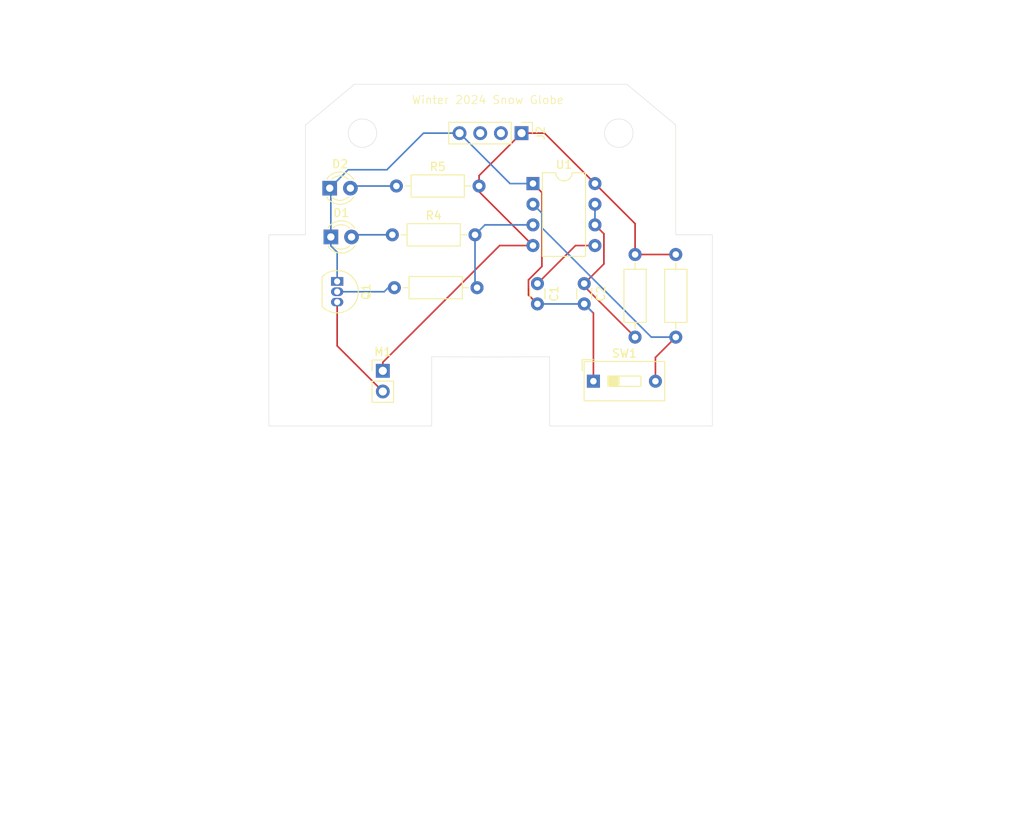
<source format=kicad_pcb>
(kicad_pcb (version 20240108) (generator "pcbnew") (generator_version "8.0")
  (layers (0 "F.Cu" signal) (31 "B.Cu" signal) (34 "B.Paste" user) (35 "F.Paste" user) (36 "B.SilkS" user "B.Silkscreen") (37 "F.SilkS" user "F.Silkscreen") (38 "B.Mask" user) (39 "F.Mask" user) (44 "Edge.Cuts" user))
  (net 0 "")
  (net 1 "Net-(U1-CV)")
  (net 2 "Net-(U1-DIS)")
  (net 3 "Net-(Q1-B)")
  (net 4 "Net-(U1-Q)")
  (net 5 "Net-(U1-TR)")
  (net 6 "Net-(M1--)")
  (net 7 "Net-(D1-A)")
  (net 8 "Net-(D2-A)")
  (net 9 "GND")
  (net 11 "VDD")
  (footprint "Connector_PinHeader_2.54mm:PinHeader_1x02_P2.54mm_Vertical" (layer "F.Cu") (at 121 89.725)
    (property "Reference" "M1" (at 0 -2.33 0) (layer "F.SilkS"))
    (property "Value" "Motor_DC")
    (fp_line (start -1.33 -1.33) (end 0 -1.33) (stroke (width 0.12)) (layer "F.SilkS"))
    (fp_line (start -1.33 0) (end -1.33 -1.33) (stroke (width 0.12)) (layer "F.SilkS"))
    (fp_line (start -1.33 1.27) (end -1.33 3.87) (stroke (width 0.12)) (layer "F.SilkS"))
    (fp_line (start -1.33 1.27) (end 1.33 1.27) (stroke (width 0.12)) (layer "F.SilkS"))
    (fp_line (start -1.33 3.87) (end 1.33 3.87) (stroke (width 0.12)) (layer "F.SilkS"))
    (fp_line (start 1.33 1.27) (end 1.33 3.87) (stroke (width 0.12)) (layer "F.SilkS"))
    (pad "1" thru_hole rect (at 0 0) (size 1.7 1.7) (drill 1) (layers "*.Cu" "*.Mask") (net 11 "VDD"))
    (pad "2" thru_hole oval (at 0 2.54) (size 1.7 1.7) (drill 1) (layers "*.Cu" "*.Mask") (net 6 "Net-(M1--)"))
  )
  (footprint "Package_DIP:DIP-8_W7.62mm" (layer "F.Cu") (at 139.45 66.7)
    (property "Reference" "U1" (at 3.81 -2.33 0) (layer "F.SilkS"))
    (property "Value" "NE555P Timer")
    (fp_line (start 1.16 -1.33) (end 1.16 8.95) (stroke (width 0.12)) (layer "F.SilkS"))
    (fp_line (start 1.16 8.95) (end 6.46 8.95) (stroke (width 0.12)) (layer "F.SilkS"))
    (fp_line (start 2.81 -1.33) (end 1.16 -1.33) (stroke (width 0.12)) (layer "F.SilkS"))
    (fp_line (start 6.46 -1.33) (end 4.81 -1.33) (stroke (width 0.12)) (layer "F.SilkS"))
    (fp_line (start 6.46 8.95) (end 6.46 -1.33) (stroke (width 0.12)) (layer "F.SilkS"))
    (fp_arc (start 4.81 -1.33) (mid 3.81 -0.33) (end 2.81 -1.33) (stroke (width 0.12)) (layer "F.SilkS"))
    (pad "1" thru_hole rect (at 0 0) (size 1.6 1.6) (drill 0.8) (layers "*.Cu" "*.Mask") (net 9 "GND"))
    (pad "2" thru_hole oval (at 0 2.54) (size 1.6 1.6) (drill 0.8) (layers "*.Cu" "*.Mask") (net 5 "Net-(U1-TR)"))
    (pad "3" thru_hole oval (at 0 5.08) (size 1.6 1.6) (drill 0.8) (layers "*.Cu" "*.Mask") (net 4 "Net-(U1-Q)"))
    (pad "4" thru_hole oval (at 0 7.62) (size 1.6 1.6) (drill 0.8) (layers "*.Cu" "*.Mask") (net 11 "VDD"))
    (pad "5" thru_hole oval (at 7.62 7.62) (size 1.6 1.6) (drill 0.8) (layers "*.Cu" "*.Mask") (net 1 "Net-(U1-CV)"))
    (pad "6" thru_hole oval (at 7.62 5.08) (size 1.6 1.6) (drill 0.8) (layers "*.Cu" "*.Mask") (net 2 "Net-(U1-DIS)"))
    (pad "7" thru_hole oval (at 7.62 2.54) (size 1.6 1.6) (drill 0.8) (layers "*.Cu" "*.Mask") (net 2 "Net-(U1-DIS)"))
    (pad "8" thru_hole oval (at 7.62 0) (size 1.6 1.6) (drill 0.8) (layers "*.Cu" "*.Mask") (net 11 "VDD"))
  )
  (footprint "Resistor_THT:R_Axial_DIN0207_L6.3mm_D2.5mm_P10.16mm_Horizontal" (layer "F.Cu") (at 157 75.42 -90)
    (property "Reference" "R3" (hide yes))
    (property "Value" "10kΩ")
    (fp_line (start 1.81 1.37) (end 8.35 1.37) (stroke (width 0.12)) (layer "F.SilkS"))
    (fp_line (start 8.35 1.37) (end 8.35 -1.37) (stroke (width 0.12)) (layer "F.SilkS"))
    (fp_line (start 1.04 0) (end 1.81 0) (stroke (width 0.12)) (layer "F.SilkS"))
    (fp_line (start 9.12 0) (end 8.35 0) (stroke (width 0.12)) (layer "F.SilkS"))
    (fp_line (start 1.81 -1.37) (end 1.81 1.37) (stroke (width 0.12)) (layer "F.SilkS"))
    (fp_line (start 8.35 -1.37) (end 1.81 -1.37) (stroke (width 0.12)) (layer "F.SilkS"))
    (pad "1" thru_hole circle (at 0 0 270) (size 1.6 1.6) (drill 0.8) (layers "*.Cu" "*.Mask") (net 11 "VDD"))
    (pad "2" thru_hole oval (at 10.16 0 270) (size 1.6 1.6) (drill 0.8) (layers "*.Cu" "*.Mask") (net 5 "Net-(U1-TR)"))
  )
  (footprint "Resistor_THT:R_Axial_DIN0207_L6.3mm_D2.5mm_P10.16mm_Horizontal" (layer "F.Cu") (at 152 75.42 -90)
    (property "Reference" "R2" (hide yes))
    (property "Value" "10MΩ")
    (fp_line (start 1.81 1.37) (end 8.35 1.37) (stroke (width 0.12)) (layer "F.SilkS"))
    (fp_line (start 8.35 1.37) (end 8.35 -1.37) (stroke (width 0.12)) (layer "F.SilkS"))
    (fp_line (start 1.04 0) (end 1.81 0) (stroke (width 0.12)) (layer "F.SilkS"))
    (fp_line (start 9.12 0) (end 8.35 0) (stroke (width 0.12)) (layer "F.SilkS"))
    (fp_line (start 1.81 -1.37) (end 1.81 1.37) (stroke (width 0.12)) (layer "F.SilkS"))
    (fp_line (start 8.35 -1.37) (end 1.81 -1.37) (stroke (width 0.12)) (layer "F.SilkS"))
    (pad "1" thru_hole circle (at 0 0 270) (size 1.6 1.6) (drill 0.8) (layers "*.Cu" "*.Mask") (net 11 "VDD"))
    (pad "2" thru_hole oval (at 10.16 0 270) (size 1.6 1.6) (drill 0.8) (layers "*.Cu" "*.Mask") (net 2 "Net-(U1-DIS)"))
  )
  (footprint "Capacitor_THT:C_Disc_D3.0mm_W1.6mm_P2.50mm" (layer "F.Cu") (at 145.75 79 -90)
    (property "Reference" "C2" (at 1.25 -2.05 90) (layer "F.SilkS"))
    (property "Value" "0.47μF")
    (fp_line (start 0.621 0.92) (end 1.879 0.92) (stroke (width 0.12)) (layer "F.SilkS"))
    (fp_line (start 0.621 -0.92) (end 1.879 -0.92) (stroke (width 0.12)) (layer "F.SilkS"))
    (pad "1" thru_hole circle (at 0 0 270) (size 1.6 1.6) (drill 0.8) (layers "*.Cu" "*.Mask") (net 2 "Net-(U1-DIS)"))
    (pad "2" thru_hole circle (at 2.5 0 270) (size 1.6 1.6) (drill 0.8) (layers "*.Cu" "*.Mask") (net 9 "GND"))
  )
  (footprint "Capacitor_THT:C_Disc_D3.0mm_W1.6mm_P2.50mm" (layer "F.Cu") (at 140 79 -90)
    (property "Reference" "C1" (at 1.25 -2.05 90) (layer "F.SilkS"))
    (property "Value" "100nF")
    (fp_line (start 0.621 0.92) (end 1.879 0.92) (stroke (width 0.12)) (layer "F.SilkS"))
    (fp_line (start 0.621 -0.92) (end 1.879 -0.92) (stroke (width 0.12)) (layer "F.SilkS"))
    (pad "1" thru_hole circle (at 0 0 270) (size 1.6 1.6) (drill 0.8) (layers "*.Cu" "*.Mask") (net 1 "Net-(U1-CV)"))
    (pad "2" thru_hole circle (at 2.5 0 270) (size 1.6 1.6) (drill 0.8) (layers "*.Cu" "*.Mask") (net 9 "GND"))
  )
  (footprint "Resistor_THT:R_Axial_DIN0207_L6.3mm_D2.5mm_P10.16mm_Horizontal" (layer "F.Cu") (at 132.58 79.5 180)
    (property "Reference" "R1" (hide yes))
    (property "Value" "390Ω")
    (fp_line (start 9.12 0) (end 8.35 0) (stroke (width 0.12)) (layer "F.SilkS"))
    (fp_line (start 8.35 1.37) (end 8.35 -1.37) (stroke (width 0.12)) (layer "F.SilkS"))
    (fp_line (start 8.35 -1.37) (end 1.81 -1.37) (stroke (width 0.12)) (layer "F.SilkS"))
    (fp_line (start 1.81 1.37) (end 8.35 1.37) (stroke (width 0.12)) (layer "F.SilkS"))
    (fp_line (start 1.81 -1.37) (end 1.81 1.37) (stroke (width 0.12)) (layer "F.SilkS"))
    (fp_line (start 1.04 0) (end 1.81 0) (stroke (width 0.12)) (layer "F.SilkS"))
    (pad "1" thru_hole circle (at 0 0 180) (size 1.6 1.6) (drill 0.8) (layers "*.Cu" "*.Mask") (net 4 "Net-(U1-Q)"))
    (pad "2" thru_hole oval (at 10.16 0 180) (size 1.6 1.6) (drill 0.8) (layers "*.Cu" "*.Mask") (net 3 "Net-(Q1-B)"))
  )
  (footprint "Package_TO_SOT_THT:TO-92_Inline" (layer "F.Cu") (at 115.39 78.73 -90)
    (property "Reference" "Q1" (at 1.27 -3.56 90) (layer "F.SilkS"))
    (property "Value" "PN2222A")
    (fp_line (start -0.53 1.85) (end 3.07 1.85) (stroke (width 0.12)) (layer "F.SilkS"))
    (fp_arc (start -0.568478 1.838478) (mid -1.132087 -0.994977) (end 1.27 -2.6) (stroke (width 0.12)) (layer "F.SilkS"))
    (fp_arc (start 1.27 -2.6) (mid 3.672087 -0.994977) (end 3.108478 1.838478) (stroke (width 0.12)) (layer "F.SilkS"))
    (pad "1" thru_hole rect (at 0 0 270) (size 1.05 1.5) (drill 0.75) (layers "*.Cu" "*.Mask") (net 9 "GND"))
    (pad "2" thru_hole oval (at 1.27 0 270) (size 1.05 1.5) (drill 0.75) (layers "*.Cu" "*.Mask") (net 3 "Net-(Q1-B)"))
    (pad "3" thru_hole oval (at 2.54 0 270) (size 1.05 1.5) (drill 0.75) (layers "*.Cu" "*.Mask") (net 6 "Net-(M1--)"))
  )
  (footprint "Button_Switch_THT:SW_DIP_SPSTx01_Slide_9.78x4.72mm_W7.62mm_P2.54mm" (layer "F.Cu") (at 146.88 91)
    (property "Reference" "SW1" (at 3.81 -3.42 0) (layer "F.SilkS"))
    (property "Value" "Button_INPUT")
    (fp_line (start -1.38 -2.66) (end -1.38 -1.277) (stroke (width 0.12)) (layer "F.SilkS"))
    (fp_line (start -1.38 -2.66) (end 0.004 -2.66) (stroke (width 0.12)) (layer "F.SilkS"))
    (fp_line (start -1.14 -2.42) (end -1.14 2.42) (stroke (width 0.12)) (layer "F.SilkS"))
    (fp_line (start -1.14 -2.42) (end 8.76 -2.42) (stroke (width 0.12)) (layer "F.SilkS"))
    (fp_line (start -1.14 2.42) (end 8.76 2.42) (stroke (width 0.12)) (layer "F.SilkS"))
    (fp_line (start 1.78 -0.635) (end 1.78 0.635) (stroke (width 0.12)) (layer "F.SilkS"))
    (fp_line (start 1.78 -0.515) (end 3.133333 -0.515) (stroke (width 0.12)) (layer "F.SilkS"))
    (fp_line (start 1.78 -0.395) (end 3.133333 -0.395) (stroke (width 0.12)) (layer "F.SilkS"))
    (fp_line (start 1.78 -0.275) (end 3.133333 -0.275) (stroke (width 0.12)) (layer "F.SilkS"))
    (fp_line (start 1.78 -0.155) (end 3.133333 -0.155) (stroke (width 0.12)) (layer "F.SilkS"))
    (fp_line (start 1.78 -0.035) (end 3.133333 -0.035) (stroke (width 0.12)) (layer "F.SilkS"))
    (fp_line (start 1.78 0.085) (end 3.133333 0.085) (stroke (width 0.12)) (layer "F.SilkS"))
    (fp_line (start 1.78 0.205) (end 3.133333 0.205) (stroke (width 0.12)) (layer "F.SilkS"))
    (fp_line (start 1.78 0.325) (end 3.133333 0.325) (stroke (width 0.12)) (layer "F.SilkS"))
    (fp_line (start 1.78 0.445) (end 3.133333 0.445) (stroke (width 0.12)) (layer "F.SilkS"))
    (fp_line (start 1.78 0.565) (end 3.133333 0.565) (stroke (width 0.12)) (layer "F.SilkS"))
    (fp_line (start 1.78 0.635) (end 5.84 0.635) (stroke (width 0.12)) (layer "F.SilkS"))
    (fp_line (start 3.133333 -0.635) (end 3.133333 0.635) (stroke (width 0.12)) (layer "F.SilkS"))
    (fp_line (start 5.84 -0.635) (end 1.78 -0.635) (stroke (width 0.12)) (layer "F.SilkS"))
    (fp_line (start 5.84 0.635) (end 5.84 -0.635) (stroke (width 0.12)) (layer "F.SilkS"))
    (fp_line (start 8.76 -2.42) (end 8.76 2.42) (stroke (width 0.12)) (layer "F.SilkS"))
    (pad "1" thru_hole rect (at 0 0) (size 1.6 1.6) (drill 0.8) (layers "*.Cu" "*.Mask") (net 9 "GND"))
    (pad "2" thru_hole oval (at 7.62 0) (size 1.6 1.6) (drill 0.8) (layers "*.Cu" "*.Mask") (net 5 "Net-(U1-TR)"))
  )
  (footprint "Connector_PinHeader_2.54mm:PinHeader_1x04_P2.54mm_Vertical" (layer "F.Cu") (at 138.05 60.5 -90)
    (property "Reference" "J2" (at 0 -2.33 90) (layer "F.SilkS"))
    (property "Value" "USB_B")
    (fp_line (start -1.33 8.95) (end 1.33 8.95) (stroke (width 0.12)) (layer "F.SilkS"))
    (fp_line (start -1.33 1.27) (end -1.33 8.95) (stroke (width 0.12)) (layer "F.SilkS"))
    (fp_line (start -1.33 1.27) (end 1.33 1.27) (stroke (width 0.12)) (layer "F.SilkS"))
    (fp_line (start 1.33 1.27) (end 1.33 8.95) (stroke (width 0.12)) (layer "F.SilkS"))
    (fp_line (start -1.33 0) (end -1.33 -1.33) (stroke (width 0.12)) (layer "F.SilkS"))
    (fp_line (start -1.33 -1.33) (end 0 -1.33) (stroke (width 0.12)) (layer "F.SilkS"))
    (pad "1" thru_hole rect (at 0 0 270) (size 1.7 1.7) (drill 1) (layers "*.Cu" "*.Mask") (net 11 "VDD"))
    (pad "2" thru_hole oval (at 0 2.54 270) (size 1.7 1.7) (drill 1) (layers "*.Cu" "*.Mask"))
    (pad "3" thru_hole oval (at 0 5.08 270) (size 1.7 1.7) (drill 1) (layers "*.Cu" "*.Mask"))
    (pad "4" thru_hole oval (at 0 7.62 270) (size 1.7 1.7) (drill 1) (layers "*.Cu" "*.Mask") (net 9 "GND"))
  )
  (footprint "LED_THT:LED_D3.0mm" (layer "F.Cu") (at 114.615 73.265)
    (property "Reference" "D1" (at 1.27 -2.96 0) (layer "F.SilkS"))
    (property "Value" "MOTOR_LED")
    (fp_line (start -0.29 -1.236) (end -0.29 -1.08) (stroke (width 0.12)) (layer "F.SilkS"))
    (fp_line (start -0.29 1.08) (end -0.29 1.236) (stroke (width 0.12)) (layer "F.SilkS"))
    (fp_arc (start -0.29 -1.235516) (mid 1.366487 -1.987659) (end 2.942335 -1.078608) (stroke (width 0.12)) (layer "F.SilkS"))
    (fp_arc (start 0.229039 -1.08) (mid 1.270117 -1.5) (end 2.31113 -1.079837) (stroke (width 0.12)) (layer "F.SilkS"))
    (fp_arc (start 2.31113 1.079837) (mid 1.270117 1.5) (end 0.229039 1.08) (stroke (width 0.12)) (layer "F.SilkS"))
    (fp_arc (start 2.942335 1.078608) (mid 1.366487 1.987659) (end -0.29 1.235516) (stroke (width 0.12)) (layer "F.SilkS"))
    (pad "1" thru_hole rect (at 0 0) (size 1.8 1.8) (drill 0.9) (layers "*.Cu" "*.Mask") (net 9 "GND"))
    (pad "2" thru_hole circle (at 2.54 0) (size 1.8 1.8) (drill 0.9) (layers "*.Cu" "*.Mask") (net 7 "Net-(D1-A)"))
  )
  (footprint "LED_THT:LED_D3.0mm" (layer "F.Cu") (at 114.475 67.265)
    (property "Reference" "D2" (at 1.27 -2.96 0) (layer "F.SilkS"))
    (property "Value" "POWER_LED")
    (fp_line (start -0.29 -1.236) (end -0.29 -1.08) (stroke (width 0.12)) (layer "F.SilkS"))
    (fp_line (start -0.29 1.08) (end -0.29 1.236) (stroke (width 0.12)) (layer "F.SilkS"))
    (fp_arc (start -0.29 -1.235516) (mid 1.366487 -1.987659) (end 2.942335 -1.078608) (stroke (width 0.12)) (layer "F.SilkS"))
    (fp_arc (start 0.229039 -1.08) (mid 1.270117 -1.5) (end 2.31113 -1.079837) (stroke (width 0.12)) (layer "F.SilkS"))
    (fp_arc (start 2.31113 1.079837) (mid 1.270117 1.5) (end 0.229039 1.08) (stroke (width 0.12)) (layer "F.SilkS"))
    (fp_arc (start 2.942335 1.078608) (mid 1.366487 1.987659) (end -0.29 1.235516) (stroke (width 0.12)) (layer "F.SilkS"))
    (pad "1" thru_hole rect (at 0 0) (size 1.8 1.8) (drill 0.9) (layers "*.Cu" "*.Mask") (net 9 "GND"))
    (pad "2" thru_hole circle (at 2.54 0) (size 1.8 1.8) (drill 0.9) (layers "*.Cu" "*.Mask") (net 8 "Net-(D2-A)"))
  )
  (footprint "Resistor_THT:R_Axial_DIN0207_L6.3mm_D2.5mm_P10.16mm_Horizontal" (layer "F.Cu") (at 122.17 73)
    (property "Reference" "R4" (at 5.08 -2.37 0) (layer "F.SilkS"))
    (property "Value" "390Ω")
    (fp_line (start 1.04 0) (end 1.81 0) (stroke (width 0.12)) (layer "F.SilkS"))
    (fp_line (start 1.81 -1.37) (end 1.81 1.37) (stroke (width 0.12)) (layer "F.SilkS"))
    (fp_line (start 1.81 1.37) (end 8.35 1.37) (stroke (width 0.12)) (layer "F.SilkS"))
    (fp_line (start 8.35 -1.37) (end 1.81 -1.37) (stroke (width 0.12)) (layer "F.SilkS"))
    (fp_line (start 8.35 1.37) (end 8.35 -1.37) (stroke (width 0.12)) (layer "F.SilkS"))
    (fp_line (start 9.12 0) (end 8.35 0) (stroke (width 0.12)) (layer "F.SilkS"))
    (pad "1" thru_hole circle (at 0 0) (size 1.6 1.6) (drill 0.8) (layers "*.Cu" "*.Mask") (net 7 "Net-(D1-A)"))
    (pad "2" thru_hole oval (at 10.16 0) (size 1.6 1.6) (drill 0.8) (layers "*.Cu" "*.Mask") (net 4 "Net-(U1-Q)"))
  )
  (footprint "Resistor_THT:R_Axial_DIN0207_L6.3mm_D2.5mm_P10.16mm_Horizontal" (layer "F.Cu") (at 122.67 67)
    (property "Reference" "R5" (at 5.08 -2.37 0) (layer "F.SilkS"))
    (property "Value" "390Ω")
    (fp_line (start 1.04 0) (end 1.81 0) (stroke (width 0.12)) (layer "F.SilkS"))
    (fp_line (start 1.81 -1.37) (end 1.81 1.37) (stroke (width 0.12)) (layer "F.SilkS"))
    (fp_line (start 1.81 1.37) (end 8.35 1.37) (stroke (width 0.12)) (layer "F.SilkS"))
    (fp_line (start 8.35 -1.37) (end 1.81 -1.37) (stroke (width 0.12)) (layer "F.SilkS"))
    (fp_line (start 8.35 1.37) (end 8.35 -1.37) (stroke (width 0.12)) (layer "F.SilkS"))
    (fp_line (start 9.12 0) (end 8.35 0) (stroke (width 0.12)) (layer "F.SilkS"))
    (pad "1" thru_hole circle (at 0 0) (size 1.6 1.6) (drill 0.8) (layers "*.Cu" "*.Mask") (net 8 "Net-(D2-A)"))
    (pad "2" thru_hole oval (at 10.16 0) (size 1.6 1.6) (drill 0.8) (layers "*.Cu" "*.Mask") (net 11 "VDD"))
  )
  (gr_circle (center 118.5 60.5) (end 120.25 60.5) (stroke (width 0.05)) (fill none) (layer "Edge.Cuts"))
  (gr_poly (pts (xy 134.245311 88.015871) (xy 141.5 88) (xy 141.5 96.5) (xy 161.5 96.5) (xy 161.5 73) (xy 157 73) (xy 157 59.5) (xy 151 54.5) (xy 117.5 54.5) (xy 111.5 59.5) (xy 111.5 73) (xy 107 73) (xy 107 96.5) (xy 127 96.5) (xy 127 88)) (stroke (width 0.05)) (fill none) (layer "Edge.Cuts"))
  (gr_circle (center 150 60.5) (end 151.75 60.5) (stroke (width 0.05)) (fill none) (layer "Edge.Cuts"))
  (gr_text "Winter 2024 Snow Globe" (at 124.5 57 0) (layer "F.SilkS") (effects (font (size 1 1) (thickness 0.1)) (justify left bottom)))
  (segment (start 147.07 74.32) (end 144.68 74.32) (width 0.2) (layer "F.Cu") (net 1))
  (segment (start 144.68 74.32) (end 140 79) (width 0.2) (layer "F.Cu") (net 1))
  (segment (start 147.07 71.78) (end 148.17 72.88) (width 0.2) (layer "F.Cu") (net 2))
  (segment (start 145.75 79.33) (end 145.75 79) (width 0.2) (layer "F.Cu") (net 2))
  (segment (start 152 85.58) (end 145.75 79.33) (width 0.2) (layer "F.Cu") (net 2))
  (segment (start 148.17 76.58) (end 145.75 79) (width 0.2) (layer "F.Cu") (net 2))
  (segment (start 148.17 72.88) (end 148.17 76.58) (width 0.2) (layer "F.Cu") (net 2))
  (segment (start 147.07 69.24) (end 147.07 71.78) (width 0.2) (layer "B.Cu") (net 2))
  (segment (start 121.17 80) (end 115.39 80) (width 0.2) (layer "B.Cu") (net 3))
  (segment (start 122.17 79) (end 121.17 80) (width 0.2) (layer "B.Cu") (net 3))
  (segment (start 132.33 73) (end 132.33 79) (width 0.2) (layer "B.Cu") (net 4))
  (segment (start 133.55 71.78) (end 132.33 73) (width 0.2) (layer "B.Cu") (net 4))
  (segment (start 139.45 71.78) (end 133.55 71.78) (width 0.2) (layer "B.Cu") (net 4))
  (segment (start 154.5 88.08) (end 157 85.58) (width 0.2) (layer "F.Cu") (net 5))
  (segment (start 154.5 91) (end 154.5 88.08) (width 0.2) (layer "F.Cu") (net 5))
  (segment (start 157 85.58) (end 153.996815 85.58) (width 0.2) (layer "B.Cu") (net 5))
  (segment (start 153.996815 85.58) (end 140.55 72.133185) (width 0.2) (layer "B.Cu") (net 5))
  (segment (start 140.55 70.34) (end 139.45 69.24) (width 0.2) (layer "B.Cu") (net 5))
  (segment (start 140.55 72.133185) (end 140.55 70.34) (width 0.2) (layer "B.Cu") (net 5))
  (segment (start 121 92.265) (end 115.39 86.655) (width 0.2) (layer "F.Cu") (net 6))
  (segment (start 115.39 86.655) (end 115.39 81.27) (width 0.2) (layer "F.Cu") (net 6))
  (segment (start 122.17 73) (end 117.42 73) (width 0.2) (layer "B.Cu") (net 7))
  (segment (start 117.42 73) (end 117.155 73.265) (width 0.2) (layer "B.Cu") (net 7))
  (segment (start 122.67 67) (end 117.28 67) (width 0.2) (layer "B.Cu") (net 8))
  (segment (start 117.28 67) (end 117.015 67.265) (width 0.2) (layer "B.Cu") (net 8))
  (segment (start 140.55 67.8) (end 140.55 76.894365) (width 0.2) (layer "F.Cu") (net 9))
  (segment (start 138.9 78.544365) (end 138.9 80.4) (width 0.2) (layer "F.Cu") (net 9))
  (segment (start 138.9 80.4) (end 140 81.5) (width 0.2) (layer "F.Cu") (net 9))
  (segment (start 140.55 76.894365) (end 138.9 78.544365) (width 0.2) (layer "F.Cu") (net 9))
  (segment (start 146.88 91) (end 146.88 82.63) (width 0.2) (layer "F.Cu") (net 9))
  (segment (start 139.45 66.7) (end 140.55 67.8) (width 0.2) (layer "F.Cu") (net 9))
  (segment (start 146.88 82.63) (end 145.75 81.5) (width 0.2) (layer "F.Cu") (net 9))
  (segment (start 114.475 67.775) (end 114.615 67.915) (width 0.2) (layer "B.Cu") (net 9))
  (segment (start 114.615 67.915) (end 114.615 73.265) (width 0.2) (layer "B.Cu") (net 9))
  (segment (start 114.615 74.365) (end 115.39 75.14) (width 0.2) (layer "B.Cu") (net 9))
  (segment (start 126 60.5) (end 121.5 65) (width 0.2) (layer "B.Cu") (net 9))
  (segment (start 114.615 73.265) (end 114.615 74.365) (width 0.2) (layer "B.Cu") (net 9))
  (segment (start 136.63 66.7) (end 139.45 66.7) (width 0.2) (layer "B.Cu") (net 9))
  (segment (start 116.74 65) (end 121.5 65) (width 0.2) (layer "B.Cu") (net 9))
  (segment (start 130.43 60.5) (end 136.63 66.7) (width 0.2) (layer "B.Cu") (net 9))
  (segment (start 115.39 75.14) (end 115.39 78.73) (width 0.2) (layer "B.Cu") (net 9))
  (segment (start 146.75 82.5) (end 145.75 81.5) (width 0.2) (layer "B.Cu") (net 9))
  (segment (start 114.475 67.265) (end 114.475 67.775) (width 0.2) (layer "B.Cu") (net 9))
  (segment (start 130.43 60.5) (end 126 60.5) (width 0.2) (layer "B.Cu") (net 9))
  (segment (start 114.475 67.265) (end 116.74 65) (width 0.2) (layer "B.Cu") (net 9))
  (segment (start 145.75 81.5) (end 140 81.5) (width 0.2) (layer "B.Cu") (net 9))
  (segment (start 132.83 65.72) (end 138.05 60.5) (width 0.2) (layer "F.Cu") (net 11))
  (segment (start 132.83 67) (end 132.83 65.72) (width 0.2) (layer "F.Cu") (net 11))
  (segment (start 152 75.42) (end 157 75.42) (width 0.2) (layer "F.Cu") (net 11))
  (segment (start 135.355 74.32) (end 139.45 74.32) (width 0.2) (layer "F.Cu") (net 11))
  (segment (start 132.83 67.7) (end 139.45 74.32) (width 0.2) (layer "F.Cu") (net 11))
  (segment (start 132.83 67) (end 132.83 67.7) (width 0.2) (layer "F.Cu") (net 11))
  (segment (start 152 71.63) (end 152 75.42) (width 0.2) (layer "F.Cu") (net 11))
  (segment (start 140.87 60.5) (end 147.07 66.7) (width 0.2) (layer "F.Cu") (net 11))
  (segment (start 138.05 60.5) (end 140.87 60.5) (width 0.2) (layer "F.Cu") (net 11))
  (segment (start 121 89.725) (end 121 88.675) (width 0.2) (layer "F.Cu") (net 11))
  (segment (start 147.07 66.7) (end 152 71.63) (width 0.2) (layer "F.Cu") (net 11))
  (segment (start 121 88.675) (end 135.355 74.32) (width 0.2) (layer "F.Cu") (net 11))
)
</source>
